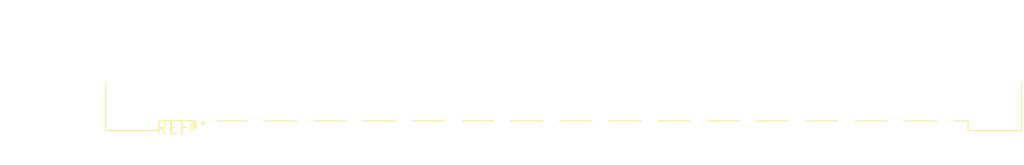
<source format=kicad_pcb>
(kicad_pcb (version 20240108) (generator pcbnew)
  (layers (0 "F.Cu" signal) (31 "B.Cu" signal) (34 "B.Paste" user) (35 "F.Paste" user) (36 "B.SilkS" user "B.Silkscreen") (37 "F.SilkS" user "F.Silkscreen") (38 "B.Mask" user) (39 "F.Mask" user) (44 "Edge.Cuts" user))
  (net 0 "")
  (footprint "DIN41612_B_2x16_Male_Horizontal_THT" (layer "F.Cu") (at 0 0)
    (property "Reference" "REF**")
    (property "Value" "DIN41612_B_2x16_Male_Horizontal_THT")
    (fp_line (start -7.89 -4.74) (end -7.89 0.26) (layer "F.SilkS") (stroke (width 0.12)))
    (fp_line (start -7.89 0.26) (end -2.37 0.26) (layer "F.SilkS") (stroke (width 0.12)))
    (fp_line (start -2.371 -0.74) (end 1.445 -0.74) (layer "F.SilkS") (stroke (width 0.12)))
    (fp_line (start -2.37 0.26) (end -2.37 -0.74) (layer "F.SilkS") (stroke (width 0.12)))
    (fp_line (start 0.845 -0.3) (end 0.845 0.3) (layer "F.SilkS") (stroke (width 0.12)))
    (fp_line (start 0.845 0.3) (end 1.445 0) (layer "F.SilkS") (stroke (width 0.12)))
    (fp_line (start 1.445 0) (end 0.845 -0.3) (layer "F.SilkS") (stroke (width 0.12)))
    (fp_line (start 3.635 -0.74) (end 6.751 -0.74) (layer "F.SilkS") (stroke (width 0.12)))
    (fp_line (start 8.49 -0.74) (end 11.831 -0.74) (layer "F.SilkS") (stroke (width 0.12)))
    (fp_line (start 13.57 -0.74) (end 16.911 -0.74) (layer "F.SilkS") (stroke (width 0.12)))
    (fp_line (start 18.65 -0.74) (end 21.991 -0.74) (layer "F.SilkS") (stroke (width 0.12)))
    (fp_line (start 23.73 -0.74) (end 27.071 -0.74) (layer "F.SilkS") (stroke (width 0.12)))
    (fp_line (start 28.81 -0.74) (end 32.151 -0.74) (layer "F.SilkS") (stroke (width 0.12)))
    (fp_line (start 33.89 -0.74) (end 37.231 -0.74) (layer "F.SilkS") (stroke (width 0.12)))
    (fp_line (start 38.97 -0.74) (end 42.311 -0.74) (layer "F.SilkS") (stroke (width 0.12)))
    (fp_line (start 44.05 -0.74) (end 47.391 -0.74) (layer "F.SilkS") (stroke (width 0.12)))
    (fp_line (start 49.13 -0.74) (end 52.471 -0.74) (layer "F.SilkS") (stroke (width 0.12)))
    (fp_line (start 54.21 -0.74) (end 57.551 -0.74) (layer "F.SilkS") (stroke (width 0.12)))
    (fp_line (start 59.29 -0.74) (end 62.631 -0.74) (layer "F.SilkS") (stroke (width 0.12)))
    (fp_line (start 64.37 -0.74) (end 67.711 -0.74) (layer "F.SilkS") (stroke (width 0.12)))
    (fp_line (start 69.45 -0.74) (end 72.791 -0.74) (layer "F.SilkS") (stroke (width 0.12)))
    (fp_line (start 74.53 -0.74) (end 77.871 -0.74) (layer "F.SilkS") (stroke (width 0.12)))
    (fp_line (start 79.61 -0.74) (end 81.11 -0.74) (layer "F.SilkS") (stroke (width 0.12)))
    (fp_line (start 81.11 0.26) (end 81.11 -0.74) (layer "F.SilkS") (stroke (width 0.12)))
    (fp_line (start 86.63 -4.74) (end 86.63 0.26) (layer "F.SilkS") (stroke (width 0.12)))
    (fp_line (start 86.63 0.26) (end 81.11 0.26) (layer "F.SilkS") (stroke (width 0.12)))
    (pad "" np_thru_hole circle (at -5.08 -2.54) (size 2.85 2.85) (drill 2.85) (layers *.Cu *.Mask))
    (pad "" np_thru_hole circle (at 83.82 -2.54) (size 2.85 2.85) (drill 2.85) (layers *.Cu *.Mask))
    (pad "a2" thru_hole roundrect (at 2.54 0) (size 1.55 1.55) (drill 1) (layers *.Cu *.Mask) (remove_unused_layers) (roundrect_rratio 0.16129))
    (pad "a4" thru_hole circle (at 7.62 0) (size 1.55 1.55) (drill 1) (layers *.Cu *.Mask) (remove_unused_layers))
    (pad "a6" thru_hole circle (at 12.7 0) (size 1.55 1.55) (drill 1) (layers *.Cu *.Mask) (remove_unused_layers))
    (pad "a8" thru_hole circle (at 17.78 0) (size 1.55 1.55) (drill 1) (layers *.Cu *.Mask) (remove_unused_layers))
    (pad "a10" thru_hole circle (at 22.86 0) (size 1.55 1.55) (drill 1) (layers *.Cu *.Mask) (remove_unused_layers))
    (pad "a12" thru_hole circle (at 27.94 0) (size 1.55 1.55) (drill 1) (layers *.Cu *.Mask) (remove_unused_layers))
    (pad "a14" thru_hole circle (at 33.02 0) (size 1.55 1.55) (drill 1) (layers *.Cu *.Mask) (remove_unused_layers))
    (pad "a16" thru_hole circle (at 38.1 0) (size 1.55 1.55) (drill 1) (layers *.Cu *.Mask) (remove_unused_layers))
    (pad "a18" thru_hole circle (at 43.18 0) (size 1.55 1.55) (drill 1) (layers *.Cu *.Mask) (remove_unused_layers))
    (pad "a20" thru_hole circle (at 48.26 0) (size 1.55 1.55) (drill 1) (layers *.Cu *.Mask) (remove_unused_layers))
    (pad "a22" thru_hole circle (at 53.34 0) (size 1.55 1.55) (drill 1) (layers *.Cu *.Mask) (remove_unused_layers))
    (pad "a24" thru_hole circle (at 58.42 0) (size 1.55 1.55) (drill 1) (layers *.Cu *.Mask) (remove_unused_layers))
    (pad "a26" thru_hole circle (at 63.5 0) (size 1.55 1.55) (drill 1) (layers *.Cu *.Mask) (remove_unused_layers))
    (pad "a28" thru_hole circle (at 68.58 0) (size 1.55 1.55) (drill 1) (layers *.Cu *.Mask) (remove_unused_layers))
    (pad "a30" thru_hole circle (at 73.66 0) (size 1.55 1.55) (drill 1) (layers *.Cu *.Mask) (remove_unused_layers))
    (pad "a32" thru_hole circle (at 78.74 0) (size 1.55 1.55) (drill 1) (layers *.Cu *.Mask) (remove_unused_layers))
    (pad "b2" thru_hole circle (at 2.54 2.54) (size 1.55 1.55) (drill 1) (layers *.Cu *.Mask) (remove_unused_layers))
    (pad "b4" thru_hole circle (at 7.62 2.54) (size 1.55 1.55) (drill 1) (layers *.Cu *.Mask) (remove_unused_layers))
    (pad "b6" thru_hole circle (at 12.7 2.54) (size 1.55 1.55) (drill 1) (layers *.Cu *.Mask) (remove_unused_layers))
    (pad "b8" thru_hole circle (at 17.78 2.54) (size 1.55 1.55) (drill 1) (layers *.Cu *.Mask) (remove_unused_layers))
    (pad "b10" thru_hole circle (at 22.86 2.54) (size 1.55 1.55) (drill 1) (layers *.Cu *.Mask) (remove_unused_layers))
    (pad "b12" thru_hole circle (at 27.94 2.54) (size 1.55 1.55) (drill 1) (layers *.Cu *.Mask) (remove_unused_layers))
    (pad "b14" thru_hole circle (at 33.02 2.54) (size 1.55 1.55) (drill 1) (layers *.Cu *.Mask) (remove_unused_layers))
    (pad "b16" thru_hole circle (at 38.1 2.54) (size 1.55 1.55) (drill 1) (layers *.Cu *.Mask) (remove_unused_layers))
    (pad "b18" thru_hole circle (at 43.18 2.54) (size 1.55 1.55) (drill 1) (layers *.Cu *.Mask) (remove_unused_layers))
    (pad "b20" thru_hole circle (at 48.26 2.54) (size 1.55 1.55) (drill 1) (layers *.Cu *.Mask) (remove_unused_layers))
    (pad "b22" thru_hole circle (at 53.34 2.54) (size 1.55 1.55) (drill 1) (layers *.Cu *.Mask) (remove_unused_layers))
    (pad "b24" thru_hole circle (at 58.42 2.54) (size 1.55 1.55) (drill 1) (layers *.Cu *.Mask) (remove_unused_layers))
    (pad "b26" thru_hole circle (at 63.5 2.54) (size 1.55 1.55) (drill 1) (layers *.Cu *.Mask) (remove_unused_layers))
    (pad "b28" thru_hole circle (at 68.58 2.54) (size 1.55 1.55) (drill 1) (layers *.Cu *.Mask) (remove_unused_layers))
    (pad "b30" thru_hole circle (at 73.66 2.54) (size 1.55 1.55) (drill 1) (layers *.Cu *.Mask) (remove_unused_layers))
    (pad "b32" thru_hole circle (at 78.74 2.54) (size 1.55 1.55) (drill 1) (layers *.Cu *.Mask) (remove_unused_layers))
  )
)
</source>
